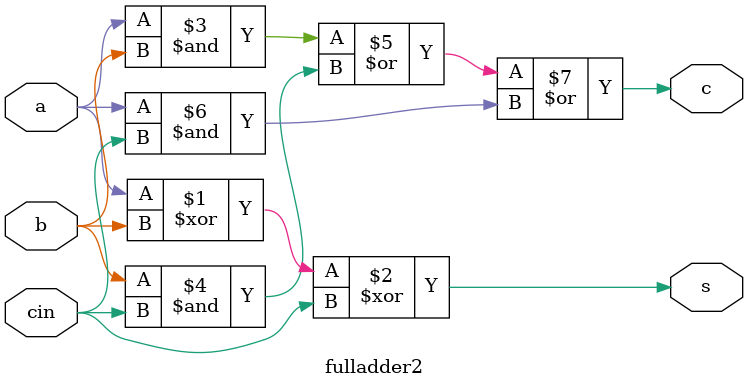
<source format=v>

module fulladder2(a,b,cin,s,c);
input a,b,cin;
output s,c;
assign s=a^b^cin;
assign c=(a&b)|(b&cin)|(a&cin);
endmodule

</source>
